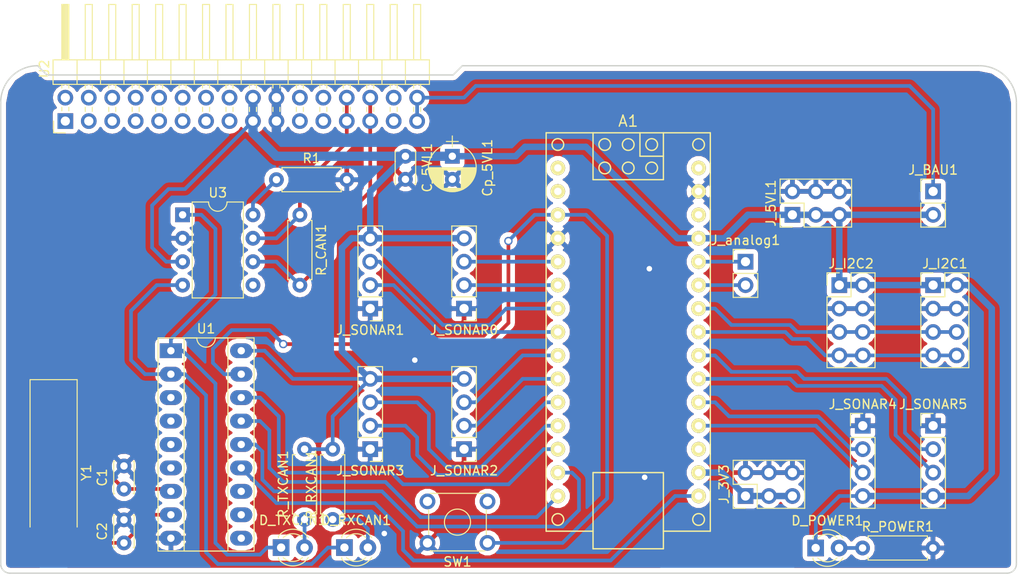
<source format=kicad_pcb>
(kicad_pcb (version 4) (host pcbnew 4.0.7-e2-6376~61~ubuntu18.04.1)
  (layers (0 F.Cu signal) (31 B.Cu signal) (34 B.Paste user) (35 F.Paste user) (36 B.SilkS user) (37 F.SilkS user) (38 B.Mask user) (39 F.Mask user) (44 Edge.Cuts user))
  (net 0 "")
  (net 1 "Net-(A1-Pad30)")
  (net 2 "Net-(A1-Pad1)")
  (net 3 /GNDL)
  (net 4 "Net-(A1-Pad2)")
  (net 5 /RST)
  (net 6 /5VL)
  (net 7 "Net-(A1-Pad26)")
  (net 8 /TRIG0)
  (net 9 "Net-(A1-Pad25)")
  (net 10 /ECHO0)
  (net 11 /SCL)
  (net 12 /TRIG1)
  (net 13 /SDA)
  (net 14 /ECHO1)
  (net 15 /ECHO5)
  (net 16 /TRIG2)
  (net 17 /TRIG5)
  (net 18 /ECHO2)
  (net 19 /ECHO4)
  (net 20 /TRIG3)
  (net 21 /TRIG4)
  (net 22 /ECHO3)
  (net 23 "Net-(A1-Pad18)")
  (net 24 /SS1)
  (net 25 /3V3)
  (net 26 /SCK1)
  (net 27 /MISO1)
  (net 28 "Net-(C1-Pad1)")
  (net 29 "Net-(C2-Pad1)")
  (net 30 "Net-(D_POWER1-Pad2)")
  (net 31 /RXCAN1)
  (net 32 "Net-(D_RXCAN1-Pad2)")
  (net 33 /TXCAN1)
  (net 34 "Net-(D_TXCAN1-Pad2)")
  (net 35 "Net-(R1-Pad1)")
  (net 36 "Net-(SW1-Pad4)")
  (net 37 "Net-(SW1-Pad3)")
  (net 38 "Net-(U1-Pad10)")
  (net 39 "Net-(U1-Pad11)")
  (net 40 "Net-(U1-Pad3)")
  (net 41 "Net-(U1-Pad12)")
  (net 42 "Net-(U1-Pad4)")
  (net 43 "Net-(U1-Pad5)")
  (net 44 /MOSI1)
  (net 45 "Net-(U1-Pad6)")
  (net 46 "Net-(U2-Pad1)")
  (net 47 "Net-(U2-Pad2)")
  (net 48 "Net-(U2-Pad3)")
  (net 49 "Net-(U2-Pad5)")
  (net 50 "Net-(U2-Pad6)")
  (net 51 "Net-(U2-Pad7)")
  (net 52 "Net-(U2-Pad8)")
  (net 53 "Net-(U2-Pad9)")
  (net 54 "Net-(U2-Pad10)")
  (net 55 "Net-(U2-Pad11)")
  (net 56 "Net-(U2-Pad12)")
  (net 57 "Net-(U2-Pad13)")
  (net 58 "Net-(U2-Pad14)")
  (net 59 "Net-(U2-Pad15)")
  (net 60 "Net-(U2-Pad16)")
  (net 61 "Net-(U2-Pad21)")
  (net 62 "Net-(U2-Pad22)")
  (net 63 "Net-(U2-Pad23)")
  (net 64 "Net-(U2-Pad24)")
  (net 65 /CANH)
  (net 66 /CANL)
  (net 67 "Net-(U2-Pad29)")
  (net 68 "Net-(U2-Pad30)")
  (net 69 "Net-(U3-Pad5)")
  (net 70 /BAU)
  (module Pin_Headers:Pin_Header_Straight_2x04_Pitch2.54mm (layer F.Cu) (at 177.82 115.78)
    (fp_text reference J_I2C2 (at 1.27 -2.33) (layer F.SilkS))
    (fp_text value Conn_02x04_Odd_Even)
    (pad 1 thru_hole rect (at 0 0) (size 1.7 1.7) (drill 1) (layers *.Cu *.Mask) (net 6 /5VL))
    (pad 2 thru_hole oval (at 2.54 0) (size 1.7 1.7) (drill 1) (layers *.Cu *.Mask) (net 6 /5VL))
    (pad 3 thru_hole oval (at 0 2.54) (size 1.7 1.7) (drill 1) (layers *.Cu *.Mask) (net 3 /GNDL))
    (pad 4 thru_hole oval (at 2.54 2.54) (size 1.7 1.7) (drill 1) (layers *.Cu *.Mask) (net 3 /GNDL))
    (pad 5 thru_hole oval (at 0 5.08) (size 1.7 1.7) (drill 1) (layers *.Cu *.Mask) (net 11 /SCL))
    (pad 6 thru_hole oval (at 2.54 5.08) (size 1.7 1.7) (drill 1) (layers *.Cu *.Mask) (net 11 /SCL))
    (pad 7 thru_hole oval (at 0 7.62) (size 1.7 1.7) (drill 1) (layers *.Cu *.Mask) (net 13 /SDA))
    (pad 8 thru_hole oval (at 2.54 7.62) (size 1.7 1.7) (drill 1) (layers *.Cu *.Mask) (net 13 /SDA))
  )
  (module Arduino_nano:arduino_nano (layer F.Cu) (at 154.96 120.86 270)
    (fp_text reference A1 (at -22.86 0 360) (layer F.SilkS) (effects (font (size 1.2 1.2))))
    (fp_text value Arduino_Nano)
    (pad 30 thru_hole circle (at -17.78 -7.62 270) (size 1.5748 1.5748) (drill 0.8) (layers *.Cu *.Mask F.SilkS) (net 1 "Net-(A1-Pad30)"))
    (pad 1 thru_hole circle (at -17.78 7.62 270) (size 1.5748 1.5748) (drill 0.8) (layers *.Cu *.Mask F.SilkS) (net 2 "Net-(A1-Pad1)"))
    (pad 29 thru_hole circle (at -15.24 -7.62 270) (size 1.5748 1.5748) (drill 0.8) (layers *.Cu *.Mask F.SilkS) (net 3 /GNDL))
    (pad 2 thru_hole circle (at -15.24 7.62 270) (size 1.5748 1.5748) (drill 0.8) (layers *.Cu *.Mask F.SilkS) (net 4 "Net-(A1-Pad2)"))
    (pad 28 thru_hole circle (at -12.7 -7.62 270) (size 1.5748 1.5748) (drill 0.8) (layers *.Cu *.Mask F.SilkS))
    (pad 3 thru_hole circle (at -12.7 7.62 270) (size 1.5748 1.5748) (drill 0.8) (layers *.Cu *.Mask F.SilkS) (net 5 /RST))
    (pad 27 thru_hole circle (at -10.16 -7.62 270) (size 1.5748 1.5748) (drill 0.8) (layers *.Cu *.Mask F.SilkS) (net 6 /5VL))
    (pad 4 thru_hole circle (at -10.16 7.62 270) (size 1.5748 1.5748) (drill 0.8) (layers *.Cu *.Mask F.SilkS) (net 3 /GNDL))
    (pad 26 thru_hole circle (at -7.62 -7.62 270) (size 1.5748 1.5748) (drill 0.8) (layers *.Cu *.Mask F.SilkS) (net 7 "Net-(A1-Pad26)"))
    (pad 5 thru_hole circle (at -7.62 7.62 270) (size 1.5748 1.5748) (drill 0.8) (layers *.Cu *.Mask F.SilkS) (net 8 /TRIG0))
    (pad 25 thru_hole circle (at -5.08 -7.62 270) (size 1.5748 1.5748) (drill 0.8) (layers *.Cu *.Mask F.SilkS) (net 9 "Net-(A1-Pad25)"))
    (pad 6 thru_hole circle (at -5.08 7.62 270) (size 1.5748 1.5748) (drill 0.8) (layers *.Cu *.Mask F.SilkS) (net 10 /ECHO0))
    (pad 24 thru_hole circle (at -2.54 -7.62 270) (size 1.5748 1.5748) (drill 0.8) (layers *.Cu *.Mask F.SilkS) (net 11 /SCL))
    (pad 7 thru_hole circle (at -2.54 7.62 270) (size 1.5748 1.5748) (drill 0.8) (layers *.Cu *.Mask F.SilkS) (net 12 /TRIG1))
    (pad 23 thru_hole circle (at 0 -7.62 270) (size 1.5748 1.5748) (drill 0.8) (layers *.Cu *.Mask F.SilkS) (net 13 /SDA))
    (pad 8 thru_hole circle (at 0 7.62 270) (size 1.5748 1.5748) (drill 0.8) (layers *.Cu *.Mask F.SilkS) (net 14 /ECHO1))
    (pad 22 thru_hole circle (at 2.54 -7.62 270) (size 1.5748 1.5748) (drill 0.8) (layers *.Cu *.Mask F.SilkS) (net 15 /ECHO5))
    (pad 9 thru_hole circle (at 2.54 7.62 270) (size 1.5748 1.5748) (drill 0.8) (layers *.Cu *.Mask F.SilkS) (net 16 /TRIG2))
    (pad 21 thru_hole circle (at 5.08 -7.62 270) (size 1.5748 1.5748) (drill 0.8) (layers *.Cu *.Mask F.SilkS) (net 17 /TRIG5))
    (pad 10 thru_hole circle (at 5.08 7.62 270) (size 1.5748 1.5748) (drill 0.8) (layers *.Cu *.Mask F.SilkS) (net 18 /ECHO2))
    (pad 20 thru_hole circle (at 7.62 -7.62 270) (size 1.5748 1.5748) (drill 0.8) (layers *.Cu *.Mask F.SilkS) (net 19 /ECHO4))
    (pad 11 thru_hole circle (at 7.62 7.62 270) (size 1.5748 1.5748) (drill 0.8) (layers *.Cu *.Mask F.SilkS) (net 20 /TRIG3))
    (pad 19 thru_hole circle (at 10.16 -7.62 270) (size 1.5748 1.5748) (drill 0.8) (layers *.Cu *.Mask F.SilkS) (net 21 /TRIG4))
    (pad 12 thru_hole circle (at 10.16 7.62 270) (size 1.5748 1.5748) (drill 0.8) (layers *.Cu *.Mask F.SilkS) (net 22 /ECHO3))
    (pad 18 thru_hole circle (at 12.7 -7.62 270) (size 1.5748 1.5748) (drill 0.8) (layers *.Cu *.Mask F.SilkS) (net 23 "Net-(A1-Pad18)"))
    (pad 13 thru_hole circle (at 12.7 7.62 270) (size 1.5748 1.5748) (drill 0.8) (layers *.Cu *.Mask F.SilkS) (net 24 /SS1))
    (pad 17 thru_hole circle (at 15.24 -7.62 270) (size 1.5748 1.5748) (drill 0.8) (layers *.Cu *.Mask F.SilkS) (net 25 /3V3))
    (pad 14 thru_hole circle (at 15.24 7.62 270) (size 1.5748 1.5748) (drill 0.8) (layers *.Cu *.Mask F.SilkS) (net 44 /MOSI1))
    (pad 16 thru_hole circle (at 17.78 -7.62 270) (size 1.5748 1.5748) (drill 0.8) (layers *.Cu *.Mask F.SilkS) (net 26 /SCK1))
    (pad 15 thru_hole circle (at 17.78 7.62 270) (size 1.5748 1.5748) (drill 0.8) (layers *.Cu *.Mask F.SilkS) (net 27 /MISO1))
  )
  (module Capacitors_THT:C_Disc_D3.4mm_W2.1mm_P2.50mm (layer F.Cu) (at 100.35 137.878 90)
    (fp_text reference C1 (at 1.25 -2.36 90) (layer F.SilkS))
    (fp_text value 22pF)
    (pad 1 thru_hole circle (at 0 0 90) (size 1.6 1.6) (drill 0.8) (layers *.Cu *.Mask) (net 28 "Net-(C1-Pad1)"))
    (pad 2 thru_hole circle (at 2.5 0 90) (size 1.6 1.6) (drill 0.8) (layers *.Cu *.Mask) (net 3 /GNDL))
  )
  (module Capacitors_THT:C_Disc_D3.4mm_W2.1mm_P2.50mm (layer F.Cu) (at 100.35 143.72 90)
    (fp_text reference C2 (at 1.25 -2.36 90) (layer F.SilkS))
    (fp_text value 22pF)
    (pad 1 thru_hole circle (at 0 0 90) (size 1.6 1.6) (drill 0.8) (layers *.Cu *.Mask) (net 29 "Net-(C2-Pad1)"))
    (pad 2 thru_hole circle (at 2.5 0 90) (size 1.6 1.6) (drill 0.8) (layers *.Cu *.Mask) (net 3 /GNDL))
  )
  (module Capacitors_THT:CP_Radial_D5.0mm_P2.50mm (layer F.Cu) (at 135.91 101.81 270)
    (fp_text reference Cp_5VL1 (at 1.25 -3.81 270) (layer F.SilkS))
    (fp_text value 10µF)
    (pad 1 thru_hole rect (at 0 0 270) (size 1.6 1.6) (drill 0.8) (layers *.Cu *.Mask) (net 6 /5VL))
    (pad 2 thru_hole circle (at 2.5 0 270) (size 1.6 1.6) (drill 0.8) (layers *.Cu *.Mask) (net 3 /GNDL))
  )
  (module Capacitors_THT:C_Disc_D3.4mm_W2.1mm_P2.50mm (layer F.Cu) (at 130.83 101.81 270)
    (fp_text reference C_5VL1 (at 1.25 -2.36 270) (layer F.SilkS))
    (fp_text value 100nF)
    (pad 1 thru_hole circle (at 0 0 270) (size 1.6 1.6) (drill 0.8) (layers *.Cu *.Mask) (net 6 /5VL))
    (pad 2 thru_hole circle (at 2.5 0 270) (size 1.6 1.6) (drill 0.8) (layers *.Cu *.Mask) (net 3 /GNDL))
  )
  (module LEDs:LED_D3.0mm (layer F.Cu) (at 175.26 144.272)
    (fp_text reference D_POWER1 (at 1.27 -2.96) (layer F.SilkS))
    (fp_text value LED)
    (pad 1 thru_hole rect (at 0 0) (size 1.8 1.8) (drill 0.9) (layers *.Cu *.Mask) (net 6 /5VL))
    (pad 2 thru_hole circle (at 2.54 0) (size 1.8 1.8) (drill 0.9) (layers *.Cu *.Mask) (net 30 "Net-(D_POWER1-Pad2)"))
  )
  (module LEDs:LED_D3.0mm (layer F.Cu) (at 124.226 144.228)
    (fp_text reference D_RXCAN1 (at 1.27 -2.96) (layer F.SilkS))
    (fp_text value LED)
    (pad 1 thru_hole rect (at 0 0) (size 1.8 1.8) (drill 0.9) (layers *.Cu *.Mask) (net 31 /RXCAN1))
    (pad 2 thru_hole circle (at 2.54 0) (size 1.8 1.8) (drill 0.9) (layers *.Cu *.Mask) (net 32 "Net-(D_RXCAN1-Pad2)"))
  )
  (module LEDs:LED_D3.0mm (layer F.Cu) (at 117.368 144.228)
    (fp_text reference D_TXCAN1 (at 1.27 -2.96) (layer F.SilkS))
    (fp_text value LED)
    (pad 1 thru_hole rect (at 0 0) (size 1.8 1.8) (drill 0.9) (layers *.Cu *.Mask) (net 33 /TXCAN1))
    (pad 2 thru_hole circle (at 2.54 0) (size 1.8 1.8) (drill 0.9) (layers *.Cu *.Mask) (net 34 "Net-(D_TXCAN1-Pad2)"))
  )
  (module Pin_Headers:Pin_Header_Straight_1x02_Pitch2.54mm (layer F.Cu) (at 167.66 113.24)
    (fp_text reference J_analog1 (at 0 -2.33) (layer F.SilkS))
    (fp_text value Conn_01x02_Male)
    (pad 1 thru_hole rect (at 0 0) (size 1.7 1.7) (drill 1) (layers *.Cu *.Mask) (net 7 "Net-(A1-Pad26)"))
    (pad 2 thru_hole oval (at 0 2.54) (size 1.7 1.7) (drill 1) (layers *.Cu *.Mask) (net 9 "Net-(A1-Pad25)"))
  )
  (module Pin_Headers:Pin_Header_Straight_1x04_Pitch2.54mm (layer F.Cu) (at 137.18 118.32 180)
    (fp_text reference J_SONAR0 (at 0 -2.33 180) (layer F.SilkS))
    (fp_text value Conn_01x04_Male)
    (pad 1 thru_hole rect (at 0 0 180) (size 1.7 1.7) (drill 1) (layers *.Cu *.Mask) (net 3 /GNDL))
    (pad 2 thru_hole oval (at 0 2.54 180) (size 1.7 1.7) (drill 1) (layers *.Cu *.Mask) (net 10 /ECHO0))
    (pad 3 thru_hole oval (at 0 5.08 180) (size 1.7 1.7) (drill 1) (layers *.Cu *.Mask) (net 8 /TRIG0))
    (pad 4 thru_hole oval (at 0 7.62 180) (size 1.7 1.7) (drill 1) (layers *.Cu *.Mask) (net 6 /5VL))
  )
  (module Pin_Headers:Pin_Header_Straight_1x04_Pitch2.54mm (layer F.Cu) (at 127.02 118.32 180)
    (fp_text reference J_SONAR1 (at 0 -2.33 180) (layer F.SilkS))
    (fp_text value Conn_01x04_Male)
    (pad 1 thru_hole rect (at 0 0 180) (size 1.7 1.7) (drill 1) (layers *.Cu *.Mask) (net 3 /GNDL))
    (pad 2 thru_hole oval (at 0 2.54 180) (size 1.7 1.7) (drill 1) (layers *.Cu *.Mask) (net 14 /ECHO1))
    (pad 3 thru_hole oval (at 0 5.08 180) (size 1.7 1.7) (drill 1) (layers *.Cu *.Mask) (net 12 /TRIG1))
    (pad 4 thru_hole oval (at 0 7.62 180) (size 1.7 1.7) (drill 1) (layers *.Cu *.Mask) (net 6 /5VL))
  )
  (module Pin_Headers:Pin_Header_Straight_1x04_Pitch2.54mm (layer F.Cu) (at 137.18 133.56 180)
    (fp_text reference J_SONAR2 (at 0 -2.33 180) (layer F.SilkS))
    (fp_text value Conn_01x04_Male)
    (pad 1 thru_hole rect (at 0 0 180) (size 1.7 1.7) (drill 1) (layers *.Cu *.Mask) (net 3 /GNDL))
    (pad 2 thru_hole oval (at 0 2.54 180) (size 1.7 1.7) (drill 1) (layers *.Cu *.Mask) (net 18 /ECHO2))
    (pad 3 thru_hole oval (at 0 5.08 180) (size 1.7 1.7) (drill 1) (layers *.Cu *.Mask) (net 16 /TRIG2))
    (pad 4 thru_hole oval (at 0 7.62 180) (size 1.7 1.7) (drill 1) (layers *.Cu *.Mask) (net 6 /5VL))
  )
  (module Pin_Headers:Pin_Header_Straight_1x04_Pitch2.54mm (layer F.Cu) (at 127.02 133.56 180)
    (fp_text reference J_SONAR3 (at 0 -2.33 180) (layer F.SilkS))
    (fp_text value Conn_01x04_Male)
    (pad 1 thru_hole rect (at 0 0 180) (size 1.7 1.7) (drill 1) (layers *.Cu *.Mask) (net 3 /GNDL))
    (pad 2 thru_hole oval (at 0 2.54 180) (size 1.7 1.7) (drill 1) (layers *.Cu *.Mask) (net 22 /ECHO3))
    (pad 3 thru_hole oval (at 0 5.08 180) (size 1.7 1.7) (drill 1) (layers *.Cu *.Mask) (net 20 /TRIG3))
    (pad 4 thru_hole oval (at 0 7.62 180) (size 1.7 1.7) (drill 1) (layers *.Cu *.Mask) (net 6 /5VL))
  )
  (module Pin_Headers:Pin_Header_Straight_1x04_Pitch2.54mm (layer F.Cu) (at 180.36 131.02)
    (fp_text reference J_SONAR4 (at 0 -2.33) (layer F.SilkS))
    (fp_text value Conn_01x04_Male)
    (pad 1 thru_hole rect (at 0 0) (size 1.7 1.7) (drill 1) (layers *.Cu *.Mask) (net 3 /GNDL))
    (pad 2 thru_hole oval (at 0 2.54) (size 1.7 1.7) (drill 1) (layers *.Cu *.Mask) (net 19 /ECHO4))
    (pad 3 thru_hole oval (at 0 5.08) (size 1.7 1.7) (drill 1) (layers *.Cu *.Mask) (net 21 /TRIG4))
    (pad 4 thru_hole oval (at 0 7.62) (size 1.7 1.7) (drill 1) (layers *.Cu *.Mask) (net 6 /5VL))
  )
  (module Pin_Headers:Pin_Header_Straight_1x04_Pitch2.54mm (layer F.Cu) (at 187.98 131.02)
    (fp_text reference J_SONAR5 (at 0 -2.33) (layer F.SilkS))
    (fp_text value Conn_01x04_Male)
    (pad 1 thru_hole rect (at 0 0) (size 1.7 1.7) (drill 1) (layers *.Cu *.Mask) (net 3 /GNDL))
    (pad 2 thru_hole oval (at 0 2.54) (size 1.7 1.7) (drill 1) (layers *.Cu *.Mask) (net 15 /ECHO5))
    (pad 3 thru_hole oval (at 0 5.08) (size 1.7 1.7) (drill 1) (layers *.Cu *.Mask) (net 17 /TRIG5))
    (pad 4 thru_hole oval (at 0 7.62) (size 1.7 1.7) (drill 1) (layers *.Cu *.Mask) (net 6 /5VL))
  )
  (module Resistors_THT:R_Axial_DIN0207_L6.3mm_D2.5mm_P7.62mm_Horizontal (layer F.Cu) (at 116.86 104.35)
    (fp_text reference R1 (at 3.81 -2.31) (layer F.SilkS))
    (fp_text value 15k)
    (pad 1 thru_hole circle (at 0 0) (size 1.6 1.6) (drill 0.8) (layers *.Cu *.Mask) (net 35 "Net-(R1-Pad1)"))
    (pad 2 thru_hole oval (at 7.62 0) (size 1.6 1.6) (drill 0.8) (layers *.Cu *.Mask) (net 3 /GNDL))
  )
  (module Resistors_THT:R_Axial_DIN0207_L6.3mm_D2.5mm_P7.62mm_Horizontal (layer F.Cu) (at 119.4 108.16 270)
    (fp_text reference R_CAN1 (at 3.81 -2.31 270) (layer F.SilkS))
    (fp_text value 120R)
    (pad 1 thru_hole circle (at 0 0 270) (size 1.6 1.6) (drill 0.8) (layers *.Cu *.Mask) (net 65 /CANH))
    (pad 2 thru_hole oval (at 7.62 0 270) (size 1.6 1.6) (drill 0.8) (layers *.Cu *.Mask) (net 66 /CANL))
  )
  (module Resistors_THT:R_Axial_DIN0207_L6.3mm_D2.5mm_P7.62mm_Horizontal (layer F.Cu) (at 180.34 144.272)
    (fp_text reference R_POWER1 (at 3.81 -2.31) (layer F.SilkS))
    (fp_text value 680R)
    (pad 1 thru_hole circle (at 0 0) (size 1.6 1.6) (drill 0.8) (layers *.Cu *.Mask) (net 30 "Net-(D_POWER1-Pad2)"))
    (pad 2 thru_hole oval (at 7.62 0) (size 1.6 1.6) (drill 0.8) (layers *.Cu *.Mask) (net 3 /GNDL))
  )
  (module Resistors_THT:R_Axial_DIN0207_L6.3mm_D2.5mm_P7.62mm_Horizontal (layer F.Cu) (at 122.956 141.18 90)
    (fp_text reference R_RXCAN1 (at 3.81 -2.31 90) (layer F.SilkS))
    (fp_text value 680R)
    (pad 1 thru_hole circle (at 0 0 90) (size 1.6 1.6) (drill 0.8) (layers *.Cu *.Mask) (net 32 "Net-(D_RXCAN1-Pad2)"))
    (pad 2 thru_hole oval (at 7.62 0 90) (size 1.6 1.6) (drill 0.8) (layers *.Cu *.Mask) (net 6 /5VL))
  )
  (module Resistors_THT:R_Axial_DIN0207_L6.3mm_D2.5mm_P7.62mm_Horizontal (layer F.Cu) (at 119.908 141.18 90)
    (fp_text reference R_TXCAN1 (at 3.81 -2.31 90) (layer F.SilkS))
    (fp_text value 680R)
    (pad 1 thru_hole circle (at 0 0 90) (size 1.6 1.6) (drill 0.8) (layers *.Cu *.Mask) (net 34 "Net-(D_TXCAN1-Pad2)"))
    (pad 2 thru_hole oval (at 7.62 0 90) (size 1.6 1.6) (drill 0.8) (layers *.Cu *.Mask) (net 6 /5VL))
  )
  (module Buttons_Switches_THT:SW_TH_Tactile_Omron_B3F-10xx (layer F.Cu) (at 139.72 143.72 180)
    (fp_text reference SW1 (at 3.25 -2.05 180) (layer F.SilkS))
    (fp_text value SW_Push_Dual)
    (pad 4 thru_hole circle (at 6.5 4.5 180) (size 1.7 1.7) (drill 1) (layers *.Cu *.Mask) (net 36 "Net-(SW1-Pad4)"))
    (pad 3 thru_hole circle (at 0 4.5 180) (size 1.7 1.7) (drill 1) (layers *.Cu *.Mask) (net 37 "Net-(SW1-Pad3)"))
    (pad 2 thru_hole circle (at 6.5 0 180) (size 1.7 1.7) (drill 1) (layers *.Cu *.Mask) (net 3 /GNDL))
    (pad 1 thru_hole circle (at 0 0 180) (size 1.7 1.7) (drill 1) (layers *.Cu *.Mask) (net 5 /RST))
  )
  (module Housings_DIP:DIP-18_W7.62mm_Socket_LongPads (layer F.Cu) (at 105.43 122.892)
    (fp_text reference U1 (at 3.81 -2.39) (layer F.SilkS))
    (fp_text value MCP2515-18Lead)
    (pad 1 thru_hole rect (at 0 0) (size 2.4 1.6) (drill 0.8) (layers *.Cu *.Mask) (net 33 /TXCAN1))
    (pad 10 thru_hole oval (at 7.62 20.32) (size 2.4 1.6) (drill 0.8) (layers *.Cu *.Mask) (net 38 "Net-(U1-Pad10)"))
    (pad 2 thru_hole oval (at 0 2.54) (size 2.4 1.6) (drill 0.8) (layers *.Cu *.Mask) (net 31 /RXCAN1))
    (pad 11 thru_hole oval (at 7.62 17.78) (size 2.4 1.6) (drill 0.8) (layers *.Cu *.Mask) (net 39 "Net-(U1-Pad11)"))
    (pad 3 thru_hole oval (at 0 5.08) (size 2.4 1.6) (drill 0.8) (layers *.Cu *.Mask) (net 40 "Net-(U1-Pad3)"))
    (pad 12 thru_hole oval (at 7.62 15.24) (size 2.4 1.6) (drill 0.8) (layers *.Cu *.Mask) (net 41 "Net-(U1-Pad12)"))
    (pad 4 thru_hole oval (at 0 7.62) (size 2.4 1.6) (drill 0.8) (layers *.Cu *.Mask) (net 42 "Net-(U1-Pad4)"))
    (pad 13 thru_hole oval (at 7.62 12.7) (size 2.4 1.6) (drill 0.8) (layers *.Cu *.Mask) (net 26 /SCK1))
    (pad 5 thru_hole oval (at 0 10.16) (size 2.4 1.6) (drill 0.8) (layers *.Cu *.Mask) (net 43 "Net-(U1-Pad5)"))
    (pad 14 thru_hole oval (at 7.62 10.16) (size 2.4 1.6) (drill 0.8) (layers *.Cu *.Mask) (net 44 /MOSI1))
    (pad 6 thru_hole oval (at 0 12.7) (size 2.4 1.6) (drill 0.8) (layers *.Cu *.Mask) (net 45 "Net-(U1-Pad6)"))
    (pad 15 thru_hole oval (at 7.62 7.62) (size 2.4 1.6) (drill 0.8) (layers *.Cu *.Mask) (net 27 /MISO1))
    (pad 7 thru_hole oval (at 0 15.24) (size 2.4 1.6) (drill 0.8) (layers *.Cu *.Mask) (net 28 "Net-(C1-Pad1)"))
    (pad 16 thru_hole oval (at 7.62 5.08) (size 2.4 1.6) (drill 0.8) (layers *.Cu *.Mask) (net 24 /SS1))
    (pad 8 thru_hole oval (at 0 17.78) (size 2.4 1.6) (drill 0.8) (layers *.Cu *.Mask) (net 29 "Net-(C2-Pad1)"))
    (pad 17 thru_hole oval (at 7.62 2.54) (size 2.4 1.6) (drill 0.8) (layers *.Cu *.Mask) (net 5 /RST))
    (pad 9 thru_hole oval (at 0 20.32) (size 2.4 1.6) (drill 0.8) (layers *.Cu *.Mask) (net 3 /GNDL))
    (pad 18 thru_hole oval (at 7.62 0) (size 2.4 1.6) (drill 0.8) (layers *.Cu *.Mask) (net 6 /5VL))
  )
  (module Pin_Headers:Pin_Header_Angled_2x16_Pitch2.54mm (layer F.Cu) (at 94 98 90)
    (fp_text reference U2 (at 5.655 -2.27 90) (layer F.SilkS))
    (fp_text value 2x16BUSconnector)
    (pad 1 thru_hole rect (at 0 0 90) (size 1.7 1.7) (drill 1) (layers *.Cu *.Mask) (net 46 "Net-(U2-Pad1)"))
    (pad 2 thru_hole oval (at 2.54 0 90) (size 1.7 1.7) (drill 1) (layers *.Cu *.Mask) (net 47 "Net-(U2-Pad2)"))
    (pad 3 thru_hole oval (at 0 2.54 90) (size 1.7 1.7) (drill 1) (layers *.Cu *.Mask) (net 48 "Net-(U2-Pad3)"))
    (pad 4 thru_hole oval (at 2.54 2.54 90) (size 1.7 1.7) (drill 1) (layers *.Cu *.Mask))
    (pad 5 thru_hole oval (at 0 5.08 90) (size 1.7 1.7) (drill 1) (layers *.Cu *.Mask) (net 49 "Net-(U2-Pad5)"))
    (pad 6 thru_hole oval (at 2.54 5.08 90) (size 1.7 1.7) (drill 1) (layers *.Cu *.Mask) (net 50 "Net-(U2-Pad6)"))
    (pad 7 thru_hole oval (at 0 7.62 90) (size 1.7 1.7) (drill 1) (layers *.Cu *.Mask) (net 51 "Net-(U2-Pad7)"))
    (pad 8 thru_hole oval (at 2.54 7.62 90) (size 1.7 1.7) (drill 1) (layers *.Cu *.Mask) (net 52 "Net-(U2-Pad8)"))
    (pad 9 thru_hole oval (at 0 10.16 90) (size 1.7 1.7) (drill 1) (layers *.Cu *.Mask) (net 53 "Net-(U2-Pad9)"))
    (pad 10 thru_hole oval (at 2.54 10.16 90) (size 1.7 1.7) (drill 1) (layers *.Cu *.Mask) (net 54 "Net-(U2-Pad10)"))
    (pad 11 thru_hole oval (at 0 12.7 90) (size 1.7 1.7) (drill 1) (layers *.Cu *.Mask) (net 55 "Net-(U2-Pad11)"))
    (pad 12 thru_hole oval (at 2.54 12.7 90) (size 1.7 1.7) (drill 1) (layers *.Cu *.Mask) (net 56 "Net-(U2-Pad12)"))
    (pad 13 thru_hole oval (at 0 15.24 90) (size 1.7 1.7) (drill 1) (layers *.Cu *.Mask) (net 57 "Net-(U2-Pad13)"))
    (pad 14 thru_hole oval (at 2.54 15.24 90) (size 1.7 1.7) (drill 1) (layers *.Cu *.Mask) (net 58 "Net-(U2-Pad14)"))
    (pad 15 thru_hole oval (at 0 17.78 90) (size 1.7 1.7) (drill 1) (layers *.Cu *.Mask) (net 59 "Net-(U2-Pad15)"))
    (pad 16 thru_hole oval (at 2.54 17.78 90) (size 1.7 1.7) (drill 1) (layers *.Cu *.Mask) (net 60 "Net-(U2-Pad16)"))
    (pad 17 thru_hole oval (at 0 20.32 90) (size 1.7 1.7) (drill 1) (layers *.Cu *.Mask) (net 6 /5VL))
    (pad 18 thru_hole oval (at 2.54 20.32 90) (size 1.7 1.7) (drill 1) (layers *.Cu *.Mask) (net 6 /5VL))
    (pad 19 thru_hole oval (at 0 22.86 90) (size 1.7 1.7) (drill 1) (layers *.Cu *.Mask) (net 3 /GNDL))
    (pad 20 thru_hole oval (at 2.54 22.86 90) (size 1.7 1.7) (drill 1) (layers *.Cu *.Mask) (net 3 /GNDL))
    (pad 21 thru_hole oval (at 0 25.4 90) (size 1.7 1.7) (drill 1) (layers *.Cu *.Mask) (net 61 "Net-(U2-Pad21)"))
    (pad 22 thru_hole oval (at 2.54 25.4 90) (size 1.7 1.7) (drill 1) (layers *.Cu *.Mask) (net 62 "Net-(U2-Pad22)"))
    (pad 23 thru_hole oval (at 0 27.94 90) (size 1.7 1.7) (drill 1) (layers *.Cu *.Mask) (net 63 "Net-(U2-Pad23)"))
    (pad 24 thru_hole oval (at 2.54 27.94 90) (size 1.7 1.7) (drill 1) (layers *.Cu *.Mask) (net 64 "Net-(U2-Pad24)"))
    (pad 25 thru_hole oval (at 0 30.48 90) (size 1.7 1.7) (drill 1) (layers *.Cu *.Mask) (net 65 /CANH))
    (pad 26 thru_hole oval (at 2.54 30.48 90) (size 1.7 1.7) (drill 1) (layers *.Cu *.Mask) (net 65 /CANH))
    (pad 27 thru_hole oval (at 0 33.02 90) (size 1.7 1.7) (drill 1) (layers *.Cu *.Mask) (net 66 /CANL))
    (pad 28 thru_hole oval (at 2.54 33.02 90) (size 1.7 1.7) (drill 1) (layers *.Cu *.Mask) (net 66 /CANL))
    (pad 29 thru_hole oval (at 0 35.56 90) (size 1.7 1.7) (drill 1) (layers *.Cu *.Mask) (net 67 "Net-(U2-Pad29)"))
    (pad 30 thru_hole oval (at 2.54 35.56 90) (size 1.7 1.7) (drill 1) (layers *.Cu *.Mask) (net 68 "Net-(U2-Pad30)"))
    (pad 31 thru_hole oval (at 0 38.1 90) (size 1.7 1.7) (drill 1) (layers *.Cu *.Mask) (net 70 /BAU))
    (pad 32 thru_hole oval (at 2.54 38.1 90) (size 1.7 1.7) (drill 1) (layers *.Cu *.Mask) (net 70 /BAU))
  )
  (module Housings_DIP:DIP-8_W7.62mm (layer F.Cu) (at 106.7 108.16)
    (fp_text reference U3 (at 3.81 -2.39) (layer F.SilkS))
    (fp_text value MCP2551-I/P)
    (pad 1 thru_hole rect (at 0 0) (size 1.6 1.6) (drill 0.8) (layers *.Cu *.Mask) (net 33 /TXCAN1))
    (pad 5 thru_hole oval (at 7.62 7.62) (size 1.6 1.6) (drill 0.8) (layers *.Cu *.Mask) (net 69 "Net-(U3-Pad5)"))
    (pad 2 thru_hole oval (at 0 2.54) (size 1.6 1.6) (drill 0.8) (layers *.Cu *.Mask) (net 3 /GNDL))
    (pad 6 thru_hole oval (at 7.62 5.08) (size 1.6 1.6) (drill 0.8) (layers *.Cu *.Mask) (net 66 /CANL))
    (pad 3 thru_hole oval (at 0 5.08) (size 1.6 1.6) (drill 0.8) (layers *.Cu *.Mask) (net 6 /5VL))
    (pad 7 thru_hole oval (at 7.62 2.54) (size 1.6 1.6) (drill 0.8) (layers *.Cu *.Mask) (net 65 /CANH))
    (pad 4 thru_hole oval (at 0 7.62) (size 1.6 1.6) (drill 0.8) (layers *.Cu *.Mask) (net 31 /RXCAN1))
    (pad 8 thru_hole oval (at 7.62 0) (size 1.6 1.6) (drill 0.8) (layers *.Cu *.Mask) (net 35 "Net-(R1-Pad1)"))
  )
  (module Crystals:Crystal_SMD_HC49-SD_HandSoldering (layer F.Cu) (at 92.73 136.1 270)
    (fp_text reference Y1 (at 0 -3.55 270) (layer F.SilkS))
    (fp_text value 16MHz)
    (pad 1 smd rect (at -5.9375 0 270) (size 7.875 2) (layers F.Cu F.Paste F.Mask) (net 28 "Net-(C1-Pad1)"))
    (pad 2 smd rect (at 5.9375 0 270) (size 7.875 2) (layers F.Cu F.Paste F.Mask) (net 29 "Net-(C2-Pad1)"))
  )
  (module Pin_Headers:Pin_Header_Straight_1x02_Pitch2.54mm (layer F.Cu) (at 187.98 105.62)
    (fp_text reference J_BAU1 (at 0 -2.33) (layer F.SilkS))
    (fp_text value Conn_01x02_Male)
    (pad 1 thru_hole rect (at 0 0) (size 1.7 1.7) (drill 1) (layers *.Cu *.Mask) (net 70 /BAU))
    (pad 2 thru_hole oval (at 0 2.54) (size 1.7 1.7) (drill 1) (layers *.Cu *.Mask) (net 6 /5VL))
  )
  (module Pin_Headers:Pin_Header_Straight_2x03_Pitch2.54mm (layer F.Cu) (at 167.66 138.64 90)
    (fp_text reference J_3V3 (at 1.27 -2.33 90) (layer F.SilkS))
    (fp_text value Conn_02x03_Odd_Even)
    (pad 1 thru_hole rect (at 0 0 90) (size 1.7 1.7) (drill 1) (layers *.Cu *.Mask) (net 25 /3V3))
    (pad 2 thru_hole oval (at 2.54 0 90) (size 1.7 1.7) (drill 1) (layers *.Cu *.Mask) (net 3 /GNDL))
    (pad 3 thru_hole oval (at 0 2.54 90) (size 1.7 1.7) (drill 1) (layers *.Cu *.Mask) (net 25 /3V3))
    (pad 4 thru_hole oval (at 2.54 2.54 90) (size 1.7 1.7) (drill 1) (layers *.Cu *.Mask) (net 3 /GNDL))
    (pad 5 thru_hole oval (at 0 5.08 90) (size 1.7 1.7) (drill 1) (layers *.Cu *.Mask) (net 25 /3V3))
    (pad 6 thru_hole oval (at 2.54 5.08 90) (size 1.7 1.7) (drill 1) (layers *.Cu *.Mask) (net 3 /GNDL))
  )
  (module Pin_Headers:Pin_Header_Straight_2x03_Pitch2.54mm (layer F.Cu) (at 172.74 108.16 90)
    (fp_text reference J_5VL1 (at 1.27 -2.33 90) (layer F.SilkS))
    (fp_text value Conn_02x03_Odd_Even)
    (pad 1 thru_hole rect (at 0 0 90) (size 1.7 1.7) (drill 1) (layers *.Cu *.Mask) (net 6 /5VL))
    (pad 2 thru_hole oval (at 2.54 0 90) (size 1.7 1.7) (drill 1) (layers *.Cu *.Mask) (net 3 /GNDL))
    (pad 3 thru_hole oval (at 0 2.54 90) (size 1.7 1.7) (drill 1) (layers *.Cu *.Mask) (net 6 /5VL))
    (pad 4 thru_hole oval (at 2.54 2.54 90) (size 1.7 1.7) (drill 1) (layers *.Cu *.Mask) (net 3 /GNDL))
    (pad 5 thru_hole oval (at 0 5.08 90) (size 1.7 1.7) (drill 1) (layers *.Cu *.Mask) (net 6 /5VL))
    (pad 6 thru_hole oval (at 2.54 5.08 90) (size 1.7 1.7) (drill 1) (layers *.Cu *.Mask) (net 3 /GNDL))
  )
  (module Pin_Headers:Pin_Header_Straight_2x04_Pitch2.54mm (layer F.Cu) (at 187.98 115.78)
    (fp_text reference J_I2C1 (at 1.27 -2.33) (layer F.SilkS))
    (fp_text value Conn_02x04_Odd_Even)
    (pad 1 thru_hole rect (at 0 0) (size 1.7 1.7) (drill 1) (layers *.Cu *.Mask) (net 6 /5VL))
    (pad 2 thru_hole oval (at 2.54 0) (size 1.7 1.7) (drill 1) (layers *.Cu *.Mask) (net 6 /5VL))
    (pad 3 thru_hole oval (at 0 2.54) (size 1.7 1.7) (drill 1) (layers *.Cu *.Mask) (net 3 /GNDL))
    (pad 4 thru_hole oval (at 2.54 2.54) (size 1.7 1.7) (drill 1) (layers *.Cu *.Mask) (net 3 /GNDL))
    (pad 5 thru_hole oval (at 0 5.08) (size 1.7 1.7) (drill 1) (layers *.Cu *.Mask) (net 11 /SCL))
    (pad 6 thru_hole oval (at 2.54 5.08) (size 1.7 1.7) (drill 1) (layers *.Cu *.Mask) (net 11 /SCL))
    (pad 7 thru_hole oval (at 0 7.62) (size 1.7 1.7) (drill 1) (layers *.Cu *.Mask) (net 13 /SDA))
    (pad 8 thru_hole oval (at 2.54 7.62) (size 1.7 1.7) (drill 1) (layers *.Cu *.Mask) (net 13 /SDA))
  )
  (module VIA-Custom:VIA-1.2mm (layer F.Cu) (at 157.246 114.002)
    (fp_text reference REF** hide)
    (fp_text value VIA-1.2mm hide)
    (pad 1 thru_hole circle (at 0 0) (size 1.2 1.2) (drill 0.6) (layers *.Cu) (net 3 /GNDL))
  )
  (module VIA-Custom:VIA-1.2mm (layer F.Cu) (at 156.738 136.608)
    (fp_text reference REF** hide)
    (fp_text value VIA-1.2mm hide)
    (pad 1 thru_hole circle (at 0 0) (size 1.2 1.2) (drill 0.6) (layers *.Cu) (net 3 /GNDL))
  )
  (module VIA-Custom:VIA-1.2mm (layer F.Cu) (at 131.846 123.908)
    (fp_text reference REF** hide)
    (fp_text value VIA-1.2mm hide)
    (pad 1 thru_hole circle (at 0 0) (size 1.2 1.2) (drill 0.6) (layers *.Cu) (net 3 /GNDL))
  )
  (module VIA-Custom:VIA-1.2mm (layer F.Cu) (at 128.544 142.704)
    (fp_text reference REF** hide)
    (fp_text value VIA-1.2mm hide)
    (pad 1 thru_hole circle (at 0 0) (size 1.2 1.2) (drill 0.6) (layers *.Cu) (net 3 /GNDL))
  )
  (gr_text "V 1.0" (at 89.916 119.634) (layer F.Cu) (effects (font (size 1.3 1.3) (thickness 0.3)) (justify left)))
  (gr_text 2019 (at 89.916 117.094) (layer F.Cu) (effects (font (size 1.5 1.5) (thickness 0.3)) (justify left)))
  (gr_text "Robotik UTT" (at 159.004 145.288) (layer F.Cu) (effects (font (size 1.5 1.5) (thickness 0.3)) (justify left)))
  (gr_text Romain (at 89.916 114.3) (layer F.Cu) (effects (font (size 1.5 1.5) (thickness 0.3)) (justify left)))
  (gr_line (start 137 92) (end 193 92) (angle 90) (layer Edge.Cuts) (width 0.15))
  (gr_line (start 136 93) (end 137 92) (angle 90) (layer Edge.Cuts) (width 0.15))
  (gr_line (start 92 93) (end 136 93) (angle 90) (layer Edge.Cuts) (width 0.15))
  (gr_line (start 91 92) (end 92 93) (angle 90) (layer Edge.Cuts) (width 0.15))
  (gr_arc (start 91 96) (end 87 96) (angle 90) (layer Edge.Cuts) (width 0.15))
  (gr_line (start 87 146) (end 87 96) (angle 90) (layer Edge.Cuts) (width 0.15))
  (gr_arc (start 193 96) (end 193 92) (angle 90) (layer Edge.Cuts) (width 0.15))
  (gr_line (start 197 146) (end 197 96) (angle 90) (layer Edge.Cuts) (width 0.15))
  (gr_arc (start 88 146) (end 88 147) (angle 90) (layer Edge.Cuts) (width 0.15))
  (gr_arc (start 196 146) (end 197 146) (angle 90) (layer Edge.Cuts) (width 0.15))
  (gr_line (start 88 147) (end 196 147) (angle 90) (layer Edge.Cuts) (width 0.15))
  (segment (start 147.34 108.16) (end 144.824 108.16) (width 0.4) (layer B.Cu) (net 5))
  (segment (start 111.208 125.432) (end 113.05 125.432) (width 0.4) (layer B.Cu) (net 5))
  (segment (start 109.982 124.206) (end 111.208 125.432) (width 0.4) (layer B.Cu) (net 5))
  (segment (start 109.982 122.682) (end 109.982 124.206) (width 0.4) (layer B.Cu) (net 5))
  (segment (start 112.014 120.65) (end 109.982 122.682) (width 0.4) (layer B.Cu) (net 5))
  (segment (start 116.078 120.65) (end 112.014 120.65) (width 0.4) (layer B.Cu) (net 5))
  (segment (start 117.602 122.174) (end 116.078 120.65) (width 0.4) (layer B.Cu) (net 5))
  (via (at 117.602 122.174) (size 0.9) (drill 0.6) (layers F.Cu B.Cu) (net 5))
  (segment (start 139.7 122.174) (end 117.602 122.174) (width 0.4) (layer F.Cu) (net 5))
  (segment (start 141.986 119.888) (end 139.7 122.174) (width 0.4) (layer F.Cu) (net 5))
  (segment (start 141.986 110.998) (end 141.986 119.888) (width 0.4) (layer F.Cu) (net 5))
  (via (at 141.986 110.998) (size 0.9) (drill 0.6) (layers F.Cu B.Cu) (net 5))
  (segment (start 144.824 108.16) (end 141.986 110.998) (width 0.4) (layer B.Cu) (net 5))
  (segment (start 139.72 143.72) (end 147.848 143.72) (width 0.4) (layer B.Cu) (net 5))
  (segment (start 150.388 108.16) (end 147.34 108.16) (width 0.4) (layer B.Cu) (net 5))
  (segment (start 152.674 110.446) (end 150.388 108.16) (width 0.4) (layer B.Cu) (net 5))
  (segment (start 152.674 138.894) (end 152.674 110.446) (width 0.4) (layer B.Cu) (net 5))
  (segment (start 147.848 143.72) (end 152.674 138.894) (width 0.4) (layer B.Cu) (net 5))
  (segment (start 127.02 125.94) (end 126.956 125.94) (width 0.7) (layer B.Cu) (net 6))
  (segment (start 126.956 125.94) (end 123.952 122.936) (width 0.7) (layer B.Cu) (net 6))
  (segment (start 125.012 110.7) (end 127.02 110.7) (width 0.7) (layer B.Cu) (net 6))
  (segment (start 123.952 111.76) (end 125.012 110.7) (width 0.7) (layer B.Cu) (net 6))
  (segment (start 123.952 122.936) (end 123.952 111.76) (width 0.7) (layer B.Cu) (net 6))
  (segment (start 127.02 125.94) (end 137.18 125.94) (width 0.7) (layer B.Cu) (net 6))
  (segment (start 175.26 144.272) (end 175.26 143.256) (width 0.4) (layer B.Cu) (net 6))
  (segment (start 175.26 143.256) (end 175.28 143.256) (width 0.4) (layer B.Cu) (net 6))
  (segment (start 122.956 133.56) (end 119.908 133.56) (width 0.4) (layer B.Cu) (net 6))
  (segment (start 127.02 125.94) (end 122.956 130.004) (width 0.4) (layer B.Cu) (net 6))
  (segment (start 122.956 130.004) (end 122.956 133.56) (width 0.4) (layer B.Cu) (net 6))
  (segment (start 114.32 98) (end 106.954 105.366) (width 0.4) (layer B.Cu) (net 6))
  (segment (start 104.922 113.24) (end 106.7 113.24) (width 0.4) (layer B.Cu) (net 6))
  (segment (start 103.398 111.716) (end 104.922 113.24) (width 0.4) (layer B.Cu) (net 6))
  (segment (start 103.398 107.144) (end 103.398 111.716) (width 0.4) (layer B.Cu) (net 6))
  (segment (start 105.176 105.366) (end 103.398 107.144) (width 0.4) (layer B.Cu) (net 6))
  (segment (start 106.954 105.366) (end 105.176 105.366) (width 0.4) (layer B.Cu) (net 6))
  (segment (start 135.91 101.81) (end 142.768 101.81) (width 0.7) (layer B.Cu) (net 6))
  (segment (start 160.294 110.7) (end 162.58 110.7) (width 0.7) (layer B.Cu) (net 6))
  (segment (start 150.388 100.794) (end 160.294 110.7) (width 0.7) (layer B.Cu) (net 6))
  (segment (start 143.784 100.794) (end 150.388 100.794) (width 0.7) (layer B.Cu) (net 6))
  (segment (start 142.768 101.81) (end 143.784 100.794) (width 0.7) (layer B.Cu) (net 6))
  (segment (start 172.74 108.16) (end 167.914 108.16) (width 0.7) (layer B.Cu) (net 6))
  (segment (start 167.914 108.16) (end 165.374 110.7) (width 0.7) (layer B.Cu) (net 6))
  (segment (start 165.374 110.7) (end 162.58 110.7) (width 0.7) (layer B.Cu) (net 6))
  (segment (start 175.28 108.16) (end 172.74 108.16) (width 0.7) (layer B.Cu) (net 6))
  (segment (start 119.4 125.94) (end 118.638 125.94) (width 0.4) (layer B.Cu) (net 6))
  (segment (start 118.638 125.94) (end 115.59 122.892) (width 0.4) (layer B.Cu) (net 6))
  (segment (start 115.59 122.892) (end 113.05 122.892) (width 0.4) (layer B.Cu) (net 6))
  (segment (start 175.28 143.72) (end 175.28 143.256) (width 0.4) (layer B.Cu) (net 6))
  (segment (start 175.28 143.256) (end 175.28 141.18) (width 0.4) (layer B.Cu) (net 6))
  (segment (start 177.82 138.64) (end 180.36 138.64) (width 0.4) (layer B.Cu) (net 6))
  (segment (start 175.28 141.18) (end 177.82 138.64) (width 0.4) (layer B.Cu) (net 6))
  (segment (start 127.02 110.7) (end 137.18 110.7) (width 0.7) (layer B.Cu) (net 6))
  (segment (start 127.02 110.7) (end 127.02 105.62) (width 0.7) (layer B.Cu) (net 6))
  (segment (start 127.02 105.62) (end 130.83 101.81) (width 0.7) (layer B.Cu) (net 6))
  (segment (start 119.4 125.94) (end 123.21 125.94) (width 0.4) (layer B.Cu) (net 6))
  (segment (start 123.21 125.94) (end 127.02 125.94) (width 0.4) (layer B.Cu) (net 6))
  (segment (start 190.52 115.78) (end 191.79 115.78) (width 0.7) (layer B.Cu) (net 6))
  (segment (start 191.79 138.64) (end 187.98 138.64) (width 0.7) (layer B.Cu) (net 6))
  (segment (start 194.33 136.1) (end 191.79 138.64) (width 0.7) (layer B.Cu) (net 6))
  (segment (start 194.33 118.32) (end 194.33 136.1) (width 0.7) (layer B.Cu) (net 6))
  (segment (start 191.79 115.78) (end 194.33 118.32) (width 0.7) (layer B.Cu) (net 6))
  (segment (start 180.36 138.64) (end 187.98 138.64) (width 0.7) (layer B.Cu) (net 6))
  (segment (start 180.36 115.78) (end 187.98 115.78) (width 0.7) (layer B.Cu) (net 6))
  (segment (start 187.98 115.78) (end 190.52 115.78) (width 0.7) (layer B.Cu) (net 6))
  (segment (start 177.82 108.16) (end 177.82 115.78) (width 0.7) (layer B.Cu) (net 6))
  (segment (start 177.82 115.78) (end 180.36 115.78) (width 0.7) (layer B.Cu) (net 6))
  (segment (start 175.28 108.16) (end 177.82 108.16) (width 0.7) (layer B.Cu) (net 6))
  (segment (start 177.82 108.16) (end 187.98 108.16) (width 0.7) (layer B.Cu) (net 6))
  (segment (start 135.91 101.81) (end 130.83 101.81) (width 1) (layer B.Cu) (net 6))
  (segment (start 130.83 101.81) (end 116.86 101.81) (width 1) (layer B.Cu) (net 6))
  (segment (start 116.86 101.81) (end 114.32 99.27) (width 1) (layer B.Cu) (net 6))
  (segment (start 114.32 99.27) (end 114.32 98) (width 1) (layer B.Cu) (net 6))
  (segment (start 114.32 95.46) (end 114.32 98) (width 1) (layer B.Cu) (net 6))
  (segment (start 162.58 113.24) (end 167.66 113.24) (width 0.4) (layer B.Cu) (net 7))
  (segment (start 137.18 113.24) (end 147.34 113.24) (width 0.4) (layer B.Cu) (net 8))
  (segment (start 162.58 115.78) (end 167.66 115.78) (width 0.4) (layer B.Cu) (net 9))
  (segment (start 137.18 115.78) (end 147.34 115.78) (width 0.4) (layer B.Cu) (net 10))
  (segment (start 177.82 120.86) (end 173.248 120.86) (width 0.4) (layer B.Cu) (net 11))
  (segment (start 164.358 118.32) (end 162.58 118.32) (width 0.4) (layer B.Cu) (net 11))
  (segment (start 166.136 120.098) (end 164.358 118.32) (width 0.4) (layer B.Cu) (net 11))
  (segment (start 172.486 120.098) (end 166.136 120.098) (width 0.4) (layer B.Cu) (net 11))
  (segment (start 173.248 120.86) (end 172.486 120.098) (width 0.4) (layer B.Cu) (net 11))
  (segment (start 180.36 120.86) (end 187.98 120.86) (width 0.4) (layer B.Cu) (net 11))
  (segment (start 177.82 120.86) (end 180.36 120.86) (width 0.4) (layer B.Cu) (net 11))
  (segment (start 187.98 120.86) (end 190.52 120.86) (width 0.4) (layer B.Cu) (net 11))
  (segment (start 147.34 118.32) (end 141.752 118.32) (width 0.4) (layer B.Cu) (net 12))
  (segment (start 128.036 113.24) (end 127.02 113.24) (width 0.4) (layer B.Cu) (net 12))
  (segment (start 134.894 120.098) (end 128.036 113.24) (width 0.4) (layer B.Cu) (net 12))
  (segment (start 139.974 120.098) (end 134.894 120.098) (width 0.4) (layer B.Cu) (net 12))
  (segment (start 141.752 118.32) (end 139.974 120.098) (width 0.4) (layer B.Cu) (net 12))
  (segment (start 177.82 123.4) (end 176.296 123.4) (width 0.4) (layer B.Cu) (net 13))
  (segment (start 171.978 120.86) (end 162.58 120.86) (width 0.4) (layer B.Cu) (net 13))
  (segment (start 172.74 121.622) (end 171.978 120.86) (width 0.4) (layer B.Cu) (net 13))
  (segment (start 174.518 121.622) (end 172.74 121.622) (width 0.4) (layer B.Cu) (net 13))
  (segment (start 176.296 123.4) (end 174.518 121.622) (width 0.4) (layer B.Cu) (net 13))
  (segment (start 190.52 123.4) (end 187.98 123.4) (width 0.4) (layer B.Cu) (net 13))
  (segment (start 187.98 123.4) (end 180.36 123.4) (width 0.4) (layer B.Cu) (net 13))
  (segment (start 180.36 123.4) (end 177.82 123.4) (width 0.4) (layer B.Cu) (net 13))
  (segment (start 147.34 120.86) (end 134.64 120.86) (width 0.4) (layer B.Cu) (net 14))
  (segment (start 129.56 115.78) (end 127.02 115.78) (width 0.4) (layer B.Cu) (net 14))
  (segment (start 134.64 120.86) (end 129.56 115.78) (width 0.4) (layer B.Cu) (net 14))
  (segment (start 162.58 123.4) (end 164.358 123.4) (width 0.4) (layer B.Cu) (net 15))
  (segment (start 186.71 133.56) (end 187.98 133.56) (width 0.4) (layer B.Cu) (net 15))
  (segment (start 184.932 131.782) (end 186.71 133.56) (width 0.4) (layer B.Cu) (net 15))
  (segment (start 184.932 127.972) (end 184.932 131.782) (width 0.4) (layer B.Cu) (net 15))
  (segment (start 182.9 125.94) (end 184.932 127.972) (width 0.4) (layer B.Cu) (net 15))
  (segment (start 174.01 125.94) (end 182.9 125.94) (width 0.4) (layer B.Cu) (net 15))
  (segment (start 173.248 125.178) (end 174.01 125.94) (width 0.4) (layer B.Cu) (net 15))
  (segment (start 166.136 125.178) (end 173.248 125.178) (width 0.4) (layer B.Cu) (net 15))
  (segment (start 164.358 123.4) (end 166.136 125.178) (width 0.4) (layer B.Cu) (net 15))
  (segment (start 137.18 128.48) (end 138.45 128.48) (width 0.4) (layer B.Cu) (net 16))
  (segment (start 143.53 123.4) (end 147.34 123.4) (width 0.4) (layer B.Cu) (net 16))
  (segment (start 138.45 128.48) (end 143.53 123.4) (width 0.4) (layer B.Cu) (net 16))
  (segment (start 187.98 136.1) (end 183.916 132.036) (width 0.4) (layer B.Cu) (net 17))
  (segment (start 172.486 125.94) (end 162.58 125.94) (width 0.4) (layer B.Cu) (net 17))
  (segment (start 173.248 126.702) (end 172.486 125.94) (width 0.4) (layer B.Cu) (net 17))
  (segment (start 182.392 126.702) (end 173.248 126.702) (width 0.4) (layer B.Cu) (net 17))
  (segment (start 183.916 128.226) (end 182.392 126.702) (width 0.4) (layer B.Cu) (net 17))
  (segment (start 183.916 132.036) (end 183.916 128.226) (width 0.4) (layer B.Cu) (net 17))
  (segment (start 137.18 131.02) (end 138.45 131.02) (width 0.4) (layer B.Cu) (net 18))
  (segment (start 143.53 125.94) (end 147.34 125.94) (width 0.4) (layer B.Cu) (net 18))
  (segment (start 138.45 131.02) (end 143.53 125.94) (width 0.4) (layer B.Cu) (net 18))
  (segment (start 180.36 133.56) (end 179.09 133.56) (width 0.4) (layer B.Cu) (net 19))
  (segment (start 164.358 128.48) (end 162.58 128.48) (width 0.4) (layer B.Cu) (net 19))
  (segment (start 165.882 130.004) (end 164.358 128.48) (width 0.4) (layer B.Cu) (net 19))
  (segment (start 175.534 130.004) (end 165.882 130.004) (width 0.4) (layer B.Cu) (net 19))
  (segment (start 179.09 133.56) (end 175.534 130.004) (width 0.4) (layer B.Cu) (net 19))
  (segment (start 147.34 128.48) (end 146.07 128.48) (width 0.4) (layer B.Cu) (net 20))
  (segment (start 132.1 128.48) (end 127.02 128.48) (width 0.4) (layer B.Cu) (net 20))
  (segment (start 133.37 129.75) (end 132.1 128.48) (width 0.4) (layer B.Cu) (net 20))
  (segment (start 133.37 133.56) (end 133.37 129.75) (width 0.4) (layer B.Cu) (net 20))
  (segment (start 135.275 135.465) (end 133.37 133.56) (width 0.4) (layer B.Cu) (net 20))
  (segment (start 139.085 135.465) (end 135.275 135.465) (width 0.4) (layer B.Cu) (net 20))
  (segment (start 146.07 128.48) (end 139.085 135.465) (width 0.4) (layer B.Cu) (net 20))
  (segment (start 147.34 128.48) (end 146.705 128.48) (width 0.4) (layer B.Cu) (net 20))
  (segment (start 162.58 131.02) (end 175.28 131.02) (width 0.4) (layer B.Cu) (net 21))
  (segment (start 175.28 131.02) (end 180.36 136.1) (width 0.4) (layer B.Cu) (net 21))
  (segment (start 180.36 136.1) (end 180.36 136.1) (width 0.4) (layer B.Cu) (net 21))
  (segment (start 127.02 131.02) (end 130.83 131.02) (width 0.4) (layer B.Cu) (net 22))
  (segment (start 146.07 131.02) (end 147.34 131.02) (width 0.4) (layer B.Cu) (net 22))
  (segment (start 140.736 136.354) (end 146.07 131.02) (width 0.4) (layer B.Cu) (net 22))
  (segment (start 134.259 136.354) (end 140.736 136.354) (width 0.4) (layer B.Cu) (net 22))
  (segment (start 132.1 134.195) (end 134.259 136.354) (width 0.4) (layer B.Cu) (net 22))
  (segment (start 132.1 132.29) (end 132.1 134.195) (width 0.4) (layer B.Cu) (net 22))
  (segment (start 130.83 131.02) (end 132.1 132.29) (width 0.4) (layer B.Cu) (net 22))
  (segment (start 147.34 133.56) (end 145.816 133.56) (width 0.4) (layer B.Cu) (net 24))
  (segment (start 115.082 127.972) (end 113.05 127.972) (width 0.4) (layer B.Cu) (net 24))
  (segment (start 117.114 130.004) (end 115.082 127.972) (width 0.4) (layer B.Cu) (net 24))
  (segment (start 117.114 135.338) (end 117.114 130.004) (width 0.4) (layer B.Cu) (net 24))
  (segment (start 117.876 136.1) (end 117.114 135.338) (width 0.4) (layer B.Cu) (net 24))
  (segment (start 129.306 136.1) (end 117.876 136.1) (width 0.4) (layer B.Cu) (net 24))
  (segment (start 130.576 137.37) (end 129.306 136.1) (width 0.4) (layer B.Cu) (net 24))
  (segment (start 142.006 137.37) (end 130.576 137.37) (width 0.4) (layer B.Cu) (net 24))
  (segment (start 145.816 133.56) (end 142.006 137.37) (width 0.4) (layer B.Cu) (net 24))
  (segment (start 170.2 138.64) (end 172.74 138.64) (width 0.7) (layer B.Cu) (net 25))
  (segment (start 167.66 138.64) (end 170.2 138.64) (width 0.7) (layer B.Cu) (net 25))
  (segment (start 162.58 136.1) (end 165.12 136.1) (width 0.7) (layer B.Cu) (net 25))
  (segment (start 165.12 136.1) (end 167.66 138.64) (width 0.7) (layer B.Cu) (net 25))
  (segment (start 113.05 135.592) (end 116.86 139.402) (width 0.4) (layer B.Cu) (net 26))
  (segment (start 116.86 139.402) (end 117.876 139.402) (width 0.4) (layer B.Cu) (net 26))
  (segment (start 117.876 139.402) (end 127.528 139.402) (width 0.4) (layer B.Cu) (net 26))
  (segment (start 130.576 144.482) (end 131.719 145.625) (width 0.4) (layer B.Cu) (net 26))
  (segment (start 130.576 142.45) (end 130.576 144.482) (width 0.4) (layer B.Cu) (net 26))
  (segment (start 127.528 139.402) (end 130.576 142.45) (width 0.4) (layer B.Cu) (net 26))
  (segment (start 160.04 138.64) (end 162.58 138.64) (width 0.4) (layer B.Cu) (net 26))
  (segment (start 153.055 145.625) (end 160.04 138.64) (width 0.4) (layer B.Cu) (net 26))
  (segment (start 131.719 145.625) (end 153.055 145.625) (width 0.4) (layer B.Cu) (net 26))
  (segment (start 113.05 130.512) (end 115.082 130.512) (width 0.4) (layer B.Cu) (net 27))
  (segment (start 116.098 131.528) (end 116.098 135.592) (width 0.4) (layer B.Cu) (net 27))
  (segment (start 116.098 135.592) (end 117.622 137.116) (width 0.4) (layer B.Cu) (net 27))
  (segment (start 117.622 137.116) (end 128.671 137.116) (width 0.4) (layer B.Cu) (net 27))
  (segment (start 128.671 137.116) (end 132.481 140.926) (width 0.4) (layer B.Cu) (net 27))
  (segment (start 132.481 140.926) (end 145.054 140.926) (width 0.4) (layer B.Cu) (net 27))
  (segment (start 145.054 140.926) (end 147.34 138.64) (width 0.4) (layer B.Cu) (net 27))
  (segment (start 115.082 130.512) (end 116.098 131.528) (width 0.4) (layer B.Cu) (net 27))
  (segment (start 105.43 137.878) (end 100.35 137.878) (width 0.4) (layer F.Cu) (net 28))
  (segment (start 100.35 137.878) (end 92.73 130.258) (width 0.4) (layer F.Cu) (net 28))
  (segment (start 92.73 130.258) (end 92.73 130.1625) (width 0.4) (layer F.Cu) (net 28))
  (segment (start 100.35 143.72) (end 94.4125 143.72) (width 0.4) (layer F.Cu) (net 29))
  (segment (start 94.4125 143.72) (end 92.73 142.0375) (width 0.4) (layer F.Cu) (net 29))
  (segment (start 105.43 140.672) (end 103.398 140.672) (width 0.4) (layer F.Cu) (net 29))
  (segment (start 103.398 140.672) (end 100.35 143.72) (width 0.4) (layer F.Cu) (net 29))
  (segment (start 177.8 144.272) (end 180.34 144.272) (width 0.4) (layer B.Cu) (net 30))
  (segment (start 124.226 144.228) (end 122.448 144.228) (width 0.4) (layer B.Cu) (net 31))
  (segment (start 106.954 125.432) (end 105.43 125.432) (width 0.4) (layer B.Cu) (net 31))
  (segment (start 109.24 127.718) (end 106.954 125.432) (width 0.4) (layer B.Cu) (net 31))
  (segment (start 109.24 144.736) (end 109.24 127.718) (width 0.4) (layer B.Cu) (net 31))
  (segment (start 110.51 146.006) (end 109.24 144.736) (width 0.4) (layer B.Cu) (net 31))
  (segment (start 120.67 146.006) (end 110.51 146.006) (width 0.4) (layer B.Cu) (net 31))
  (segment (start 122.448 144.228) (end 120.67 146.006) (width 0.4) (layer B.Cu) (net 31))
  (segment (start 105.43 125.432) (end 102.636 125.432) (width 0.4) (layer B.Cu) (net 31))
  (segment (start 103.906 115.78) (end 106.7 115.78) (width 0.4) (layer B.Cu) (net 31))
  (segment (start 101.112 118.574) (end 103.906 115.78) (width 0.4) (layer B.Cu) (net 31))
  (segment (start 101.112 123.908) (end 101.112 118.574) (width 0.4) (layer B.Cu) (net 31))
  (segment (start 102.636 125.432) (end 101.112 123.908) (width 0.4) (layer B.Cu) (net 31))
  (segment (start 126.766 142.196) (end 126.766 144.228) (width 0.4) (layer B.Cu) (net 32))
  (segment (start 125.75 141.18) (end 126.766 142.196) (width 0.4) (layer B.Cu) (net 32))
  (segment (start 122.956 141.18) (end 125.75 141.18) (width 0.4) (layer B.Cu) (net 32))
  (segment (start 105.43 122.892) (end 105.43 121.622) (width 0.4) (layer B.Cu) (net 33))
  (segment (start 108.732 108.16) (end 106.7 108.16) (width 0.4) (layer B.Cu) (net 33))
  (segment (start 110.256 109.684) (end 108.732 108.16) (width 0.4) (layer B.Cu) (net 33))
  (segment (start 110.256 116.796) (end 110.256 109.684) (width 0.4) (layer B.Cu) (net 33))
  (segment (start 105.43 121.622) (end 110.256 116.796) (width 0.4) (layer B.Cu) (net 33))
  (segment (start 117.368 144.228) (end 115.844 144.228) (width 0.4) (layer B.Cu) (net 33))
  (segment (start 106.7 122.892) (end 105.43 122.892) (width 0.4) (layer B.Cu) (net 33))
  (segment (start 110.256 126.448) (end 106.7 122.892) (width 0.4) (layer B.Cu) (net 33))
  (segment (start 110.256 143.72) (end 110.256 126.448) (width 0.4) (layer B.Cu) (net 33))
  (segment (start 111.526 144.99) (end 110.256 143.72) (width 0.4) (layer B.Cu) (net 33))
  (segment (start 115.082 144.99) (end 111.526 144.99) (width 0.4) (layer B.Cu) (net 33))
  (segment (start 115.844 144.228) (end 115.082 144.99) (width 0.4) (layer B.Cu) (net 33))
  (segment (start 119.908 141.18) (end 119.908 144.228) (width 0.4) (layer B.Cu) (net 34))
  (segment (start 114.32 108.16) (end 114.32 106.89) (width 0.4) (layer B.Cu) (net 35))
  (segment (start 114.32 106.89) (end 116.86 104.35) (width 0.4) (layer B.Cu) (net 35))
  (segment (start 113.05 133.052) (end 114.574 133.052) (width 0.4) (layer B.Cu) (net 44))
  (segment (start 114.574 133.052) (end 115.336 133.814) (width 0.4) (layer B.Cu) (net 44))
  (segment (start 115.336 133.814) (end 115.336 136.862) (width 0.4) (layer B.Cu) (net 44))
  (segment (start 115.336 136.862) (end 116.606 138.132) (width 0.4) (layer B.Cu) (net 44))
  (segment (start 116.606 138.132) (end 128.29 138.132) (width 0.4) (layer B.Cu) (net 44))
  (segment (start 128.29 138.132) (end 132.1 141.942) (width 0.4) (layer B.Cu) (net 44))
  (segment (start 132.1 141.942) (end 147.848 141.942) (width 0.4) (layer B.Cu) (net 44))
  (segment (start 147.848 141.942) (end 149.626 140.164) (width 0.4) (layer B.Cu) (net 44))
  (segment (start 149.626 140.164) (end 149.626 136.862) (width 0.4) (layer B.Cu) (net 44))
  (segment (start 149.626 136.862) (end 148.864 136.1) (width 0.4) (layer B.Cu) (net 44))
  (segment (start 148.864 136.1) (end 147.34 136.1) (width 0.4) (layer B.Cu) (net 44))
  (segment (start 124.48 98) (end 124.48 95.46) (width 0.4) (layer F.Cu) (net 65))
  (segment (start 119.4 108.16) (end 119.4 105.366) (width 0.4) (layer F.Cu) (net 65))
  (segment (start 124.48 100.286) (end 124.48 98) (width 0.4) (layer F.Cu) (net 65))
  (segment (start 119.4 105.366) (end 124.48 100.286) (width 0.4) (layer F.Cu) (net 65))
  (segment (start 114.32 110.7) (end 116.86 110.7) (width 0.4) (layer B.Cu) (net 65))
  (segment (start 116.86 110.7) (end 119.4 108.16) (width 0.4) (layer B.Cu) (net 65))
  (segment (start 127.02 98) (end 127.02 95.46) (width 0.4) (layer F.Cu) (net 66))
  (segment (start 122.702 112.478) (end 119.4 115.78) (width 0.4) (layer F.Cu) (net 66))
  (segment (start 122.702 109.938) (end 122.702 112.478) (width 0.4) (layer F.Cu) (net 66))
  (segment (start 127.02 105.62) (end 122.702 109.938) (width 0.4) (layer F.Cu) (net 66))
  (segment (start 127.02 98) (end 127.02 105.62) (width 0.4) (layer F.Cu) (net 66))
  (segment (start 114.32 113.24) (end 116.86 113.24) (width 0.4) (layer B.Cu) (net 66))
  (segment (start 116.86 113.24) (end 119.4 115.78) (width 0.4) (layer B.Cu) (net 66))
  (segment (start 132.1 95.46) (end 137.18 95.46) (width 0.4) (layer B.Cu) (net 70))
  (segment (start 187.98 96.73) (end 187.98 105.62) (width 0.4) (layer B.Cu) (net 70))
  (segment (start 185.44 94.19) (end 187.98 96.73) (width 0.4) (layer B.Cu) (net 70))
  (segment (start 138.45 94.19) (end 185.44 94.19) (width 0.4) (layer B.Cu) (net 70))
  (segment (start 137.18 95.46) (end 138.45 94.19) (width 0.4) (layer B.Cu) (net 70))
  (segment (start 132.1 98) (end 132.1 95.46) (width 0.4) (layer B.Cu) (net 70))
  (zone (net 3) (net_name /GNDL) (layer F.Cu) (connect_pads (clearance 0.508)) (min_thickness 0.254) (fill yes (arc_segments 16) (thermal_gap 0.508) (thermal_bridge_width 0.508))
    (polygon (pts (xy 197 147) (xy 87 147) (xy 87 92) (xy 197 92)))
  )
  (zone (net 3) (net_name /GNDL) (layer B.Cu) (connect_pads (clearance 0.508)) (min_thickness 0.254) (fill yes (arc_segments 16) (thermal_gap 0.508) (thermal_bridge_width 0.508))
    (polygon (pts (xy 197 147) (xy 87 147) (xy 87 92) (xy 197 92)))
  )
)
</source>
